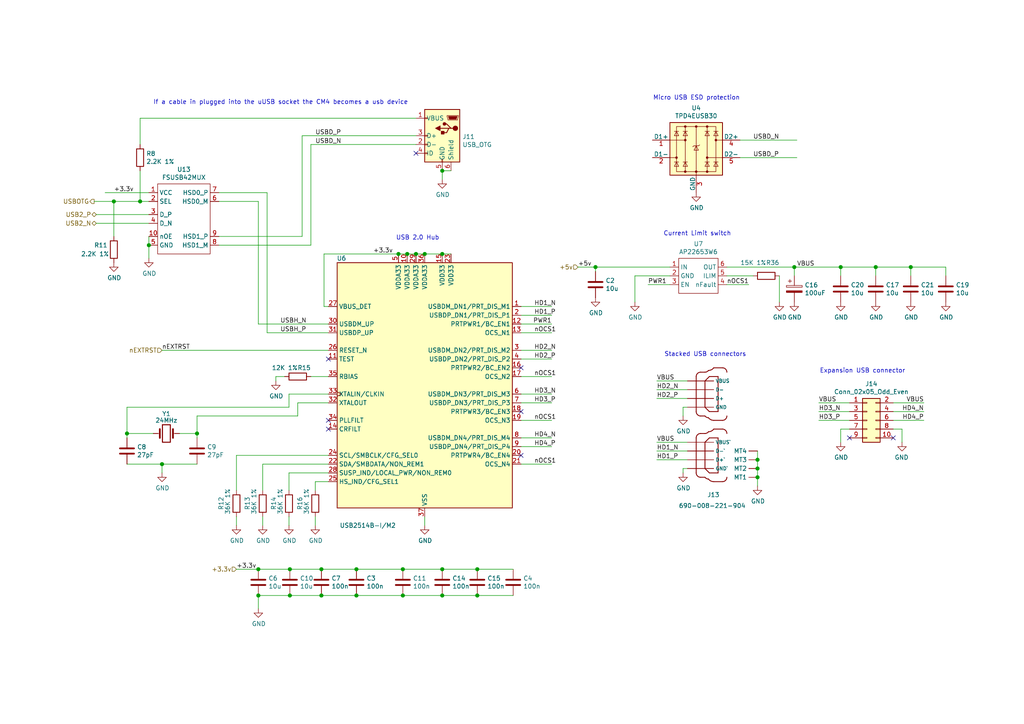
<source format=kicad_sch>
(kicad_sch (version 20250114) (generator "eeschema") (generator_version "9.0")
  (paper "A4")
  (title_block (title "Compute Module 4 IO Board - USB") (rev "1") (company "© 2020-2022 Raspberry Pi Ltd (formerly Raspberry Pi (Trading) Ltd.)") (comment 1 "www.raspberrypi.com"))
  (lib_symbols
    (symbol "CM4IO:AP2553W6"
      (property "Reference" "U" (at 3.81 -6.35 0))
      (property "Value" "AP2553W6" (at -3.81 -6.35 0))
      (symbol "AP2553W6_0_0"
        (pin power_in line (at -8.89 2.54 0) (length 2.54) (name "IN") (number "1"))
        (pin power_out line (at -8.89 0 0) (length 2.54) (name "GND") (number "2"))
        (pin input line (at -8.89 -2.54 0) (length 2.54) (name "EN") (number "3"))
        (pin power_out line (at 7.62 2.54 180) (length 2.54) (name "OUT") (number "6"))
        (pin passive line (at 7.62 0 180) (length 2.54) (name "ILIM") (number "5"))
        (pin open_collector line (at 7.62 -2.54 180) (length 2.54) (name "nFault") (number "4"))
      )
    )
    (symbol "CM4IO:FSUSB42MX"
      (property "Reference" "U" (at -7.62 20.32 0))
      (property "Value" "FSUSB42MX" (at -2.54 -2.54 0))
      (symbol "FSUSB42MX_0_0"
        (pin bidirectional line (at -11.43 16.51 0) (length 2.54) (name "HSD0_P") (number "7"))
        (pin bidirectional line (at -11.43 13.97 0) (length 2.54) (name "HSD0_M") (number "6"))
        (pin bidirectional line (at -11.43 3.81 0) (length 2.54) (name "HSD1_P") (number "9"))
        (pin bidirectional line (at -11.43 1.27 0) (length 2.54) (name "HSD1_M") (number "8"))
        (pin power_in line (at 8.89 16.51 180) (length 2.54) (name "VCC") (number "1"))
        (pin input line (at 8.89 13.97 180) (length 2.54) (name "SEL") (number "2"))
        (pin bidirectional line (at 8.89 10.16 180) (length 2.54) (name "D_P") (number "3"))
        (pin bidirectional line (at 8.89 7.62 180) (length 2.54) (name "D_N") (number "4"))
        (pin input line (at 8.89 3.81 180) (length 2.54) (name "nOE") (number "10"))
        (pin power_in line (at 8.89 1.27 180) (length 2.54) (name "GND") (number "5"))
      )
    )
    (symbol "CM4IO:TPD4EUSB30" (pin_names (offset 0))
      (property "Reference" "U" (at -0.635 8.89 0))
      (property "Value" "TPD4EUSB30" (at 8.89 -10.16 0))
      (symbol "TPD4EUSB30_1_1"
        (pin passive line (at -12.7 2.54 0) (length 5.08) (name "D1+") (number "1"))
        (pin passive line (at -12.7 2.54 0) (length 5.08) (hide yes) (name "~") (number "10"))
        (pin passive line (at -12.7 -2.54 0) (length 5.08) (name "D1-") (number "2"))
        (pin passive line (at -12.7 -2.54 0) (length 5.08) (hide yes) (name "~") (number "9"))
        (pin power_in line (at 0 -12.7 90) (length 5.08) (name "GND") (number "3"))
        (pin passive line (at 0 -12.7 90) (length 5.08) (hide yes) (name "GND") (number "8"))
        (pin passive line (at 12.7 2.54 180) (length 5.08) (name "D2+") (number "4"))
        (pin passive line (at 12.7 2.54 180) (length 5.08) (hide yes) (name "~") (number "7"))
        (pin passive line (at 12.7 -2.54 180) (length 5.08) (name "D2-") (number "5"))
        (pin passive line (at 12.7 -2.54 180) (length 5.08) (hide yes) (name "~") (number "6"))
      )
    )
    (symbol "CM4IO:USB_67298-4090" (pin_numbers (hide yes))
      (property "Reference" "J" (at -5.08 21.6408 0))
      (property "Value" "USB_67298-4090" (at -5.08 -17.8054 0))
      (symbol "USB_67298-4090_0_0"
        (pin power_in line (at -7.62 15.24 0) (length 7.62) (name "VBUS") (number "5"))
        (pin passive line (at -7.62 12.7 0) (length 7.62) (name "D-") (number "6"))
        (pin passive line (at -7.62 10.16 0) (length 7.62) (name "D+") (number "7"))
        (pin power_in line (at -7.62 7.62 0) (length 7.62) (name "GND") (number "8"))
        (pin power_in line (at -7.62 -2.54 0) (length 7.62) (name "VBUS`") (number "1"))
        (pin passive line (at -7.62 -5.08 0) (length 7.62) (name "D-`") (number "2"))
        (pin passive line (at -7.62 -7.62 0) (length 7.62) (name "D+`") (number "3"))
        (pin power_in line (at -7.62 -10.16 0) (length 7.62) (name "GND`") (number "4"))
        (pin passive line (at 12.7 -5.08 180) (length 2.54) (name "MT4") (number "MT4"))
        (pin passive line (at 12.7 -7.62 180) (length 2.54) (name "MT3") (number "MT3"))
        (pin passive line (at 12.7 -10.16 180) (length 2.54) (name "MT2") (number "MT2"))
        (pin passive line (at 12.7 -12.7 180) (length 2.54) (name "MT1") (number "MT1"))
      )
    )
    (symbol "Connector:USB_OTG"
      (property "Reference" "J" (at -5.08 11.43 0))
      (property "Value" "USB_OTG" (at -5.08 8.89 0))
      (symbol "USB_OTG_1_1"
        (pin passive line (at -2.54 -10.16 90) (length 2.54) (name "Shield") (number "6"))
        (pin power_in line (at 0 -10.16 90) (length 2.54) (name "GND") (number "5"))
        (pin power_in line (at 7.62 5.08 180) (length 2.54) (name "VBUS") (number "1"))
        (pin passive line (at 7.62 0 180) (length 2.54) (name "D+") (number "3"))
        (pin passive line (at 7.62 -2.54 180) (length 2.54) (name "D-") (number "2"))
        (pin passive line (at 7.62 -5.08 180) (length 2.54) (name "ID") (number "4"))
      )
    )
    (symbol "Connector_Generic:Conn_02x05_Odd_Even" (pin_names (hide yes))
      (property "Reference" "J" (at 1.27 7.62 0))
      (property "Value" "Conn_02x05_Odd_Even" (at 1.27 -7.62 0))
      (symbol "Conn_02x05_Odd_Even_1_1"
        (pin passive line (at -5.08 5.08 0) (length 3.81) (name "Pin_1") (number "1"))
        (pin passive line (at -5.08 2.54 0) (length 3.81) (name "Pin_3") (number "3"))
        (pin passive line (at -5.08 0 0) (length 3.81) (name "Pin_5") (number "5"))
        (pin passive line (at -5.08 -2.54 0) (length 3.81) (name "Pin_7") (number "7"))
        (pin passive line (at -5.08 -5.08 0) (length 3.81) (name "Pin_9") (number "9"))
        (pin passive line (at 7.62 5.08 180) (length 3.81) (name "Pin_2") (number "2"))
        (pin passive line (at 7.62 2.54 180) (length 3.81) (name "Pin_4") (number "4"))
        (pin passive line (at 7.62 0 180) (length 3.81) (name "Pin_6") (number "6"))
        (pin passive line (at 7.62 -2.54 180) (length 3.81) (name "Pin_8") (number "8"))
        (pin passive line (at 7.62 -5.08 180) (length 3.81) (name "Pin_10") (number "10"))
      )
    )
    (symbol "Device:C" (pin_numbers (hide yes)) (pin_names (offset 0.254))
      (property "Reference" "C" (at 0.635 2.54 0))
      (property "Value" "C" (at 0.635 -2.54 0))
      (symbol "C_1_1"
        (pin passive line (at 0 3.81 270) (length 2.794) (name "~") (number "1"))
        (pin passive line (at 0 -3.81 90) (length 2.794) (name "~") (number "2"))
      )
    )
    (symbol "Device:CP" (pin_numbers (hide yes)) (pin_names (offset 0.254))
      (property "Reference" "C" (at 0.635 2.54 0))
      (property "Value" "CP" (at 0.635 -2.54 0))
      (symbol "CP_1_1"
        (pin passive line (at 0 3.81 270) (length 2.794) (name "~") (number "1"))
        (pin passive line (at 0 -3.81 90) (length 2.794) (name "~") (number "2"))
      )
    )
    (symbol "Device:Crystal" (pin_numbers (hide yes)) (pin_names (hide yes))
      (property "Reference" "Y" (at 0 3.81 0))
      (property "Value" "Crystal" (at 0 -3.81 0))
      (symbol "Crystal_1_1"
        (pin passive line (at -3.81 0 0) (length 1.27) (name "1") (number "1"))
        (pin passive line (at 3.81 0 180) (length 1.27) (name "2") (number "2"))
      )
    )
    (symbol "Device:R" (pin_numbers (hide yes)) (pin_names (offset 0))
      (property "Reference" "R" (at 2.032 0 90))
      (property "Value" "R" (at 0 0 90))
      (symbol "R_1_1"
        (pin passive line (at 0 3.81 270) (length 1.27) (name "~") (number "1"))
        (pin passive line (at 0 -3.81 90) (length 1.27) (name "~") (number "2"))
      )
    )
    (symbol "Interface_USB:USB2514B_Bi"
      (property "Reference" "U" (at -17.78 40.64 0))
      (property "Value" "USB2514B_Bi" (at -20.32 38.1 0))
      (symbol "USB2514B_Bi_1_1"
        (pin input line (at -27.94 22.86 0) (length 2.54) (name "VBUS_DET") (number "27"))
        (pin bidirectional line (at -27.94 17.78 0) (length 2.54) (name "USBDM_UP") (number "30"))
        (pin bidirectional line (at -27.94 15.24 0) (length 2.54) (name "USBDP_UP") (number "31"))
        (pin input line (at -27.94 10.16 0) (length 2.54) (name "RESET_N") (number "26"))
        (pin input line (at -27.94 7.62 0) (length 2.54) (name "TEST") (number "11"))
        (pin input line (at -27.94 2.54 0) (length 2.54) (name "RBIAS") (number "35"))
        (pin input clock (at -27.94 -2.54 0) (length 2.54) (name "XTALIN/CLKIN") (number "33"))
        (pin output line (at -27.94 -5.08 0) (length 2.54) (name "XTALOUT") (number "32"))
        (pin input line (at -27.94 -10.16 0) (length 2.54) (name "PLLFILT") (number "34"))
        (pin input line (at -27.94 -12.7 0) (length 2.54) (name "CRFILT") (number "14"))
        (pin bidirectional line (at -27.94 -20.32 0) (length 2.54) (name "SCL/SMBCLK/CFG_SEL0") (number "24"))
        (pin bidirectional line (at -27.94 -22.86 0) (length 2.54) (name "SDA/SMBDATA/NON_REM1") (number "22"))
        (pin bidirectional line (at -27.94 -25.4 0) (length 2.54) (name "SUSP_IND/LOCAL_PWR/NON_REM0") (number "28"))
        (pin bidirectional line (at -27.94 -27.94 0) (length 2.54) (name "HS_IND/CFG_SEL1") (number "25"))
        (pin power_in line (at -7.62 38.1 270) (length 2.54) (name "VDDA33") (number "5"))
        (pin power_in line (at -5.08 38.1 270) (length 2.54) (name "VDDA33") (number "10"))
        (pin power_in line (at -2.54 38.1 270) (length 2.54) (name "VDDA33") (number "29"))
        (pin power_in line (at 0 38.1 270) (length 2.54) (name "VDDA33") (number "36"))
        (pin power_in line (at 0 -38.1 90) (length 2.54) (name "VSS") (number "37"))
        (pin power_in line (at 5.08 38.1 270) (length 2.54) (name "VDD33") (number "15"))
        (pin power_in line (at 7.62 38.1 270) (length 2.54) (name "VDD33") (number "23"))
        (pin bidirectional line (at 27.94 22.86 180) (length 2.54) (name "USBDM_DN1/PRT_DIS_M1") (number "1"))
        (pin bidirectional line (at 27.94 20.32 180) (length 2.54) (name "USBDP_DN1/PRT_DIS_P1") (number "2"))
        (pin bidirectional line (at 27.94 17.78 180) (length 2.54) (name "PRTPWR1/BC_EN1") (number "12"))
        (pin input line (at 27.94 15.24 180) (length 2.54) (name "OCS_N1") (number "13"))
        (pin bidirectional line (at 27.94 10.16 180) (length 2.54) (name "USBDM_DN2/PRT_DIS_M2") (number "3"))
        (pin bidirectional line (at 27.94 7.62 180) (length 2.54) (name "USBDP_DN2/PRT_DIS_P2") (number "4"))
        (pin bidirectional line (at 27.94 5.08 180) (length 2.54) (name "PRTPWR2/BC_EN2") (number "16"))
        (pin input line (at 27.94 2.54 180) (length 2.54) (name "OCS_N2") (number "17"))
        (pin bidirectional line (at 27.94 -2.54 180) (length 2.54) (name "USBDM_DN3/PRT_DIS_M3") (number "6"))
        (pin bidirectional line (at 27.94 -5.08 180) (length 2.54) (name "USBDP_DN3/PRT_DIS_P3") (number "7"))
        (pin bidirectional line (at 27.94 -7.62 180) (length 2.54) (name "PRTPWR3/BC_EN3") (number "18"))
        (pin input line (at 27.94 -10.16 180) (length 2.54) (name "OCS_N3") (number "19"))
        (pin bidirectional line (at 27.94 -15.24 180) (length 2.54) (name "USBDM_DN4/PRT_DIS_M4") (number "8"))
        (pin bidirectional line (at 27.94 -17.78 180) (length 2.54) (name "USBDP_DN4/PRT_DIS_P4") (number "9"))
        (pin bidirectional line (at 27.94 -20.32 180) (length 2.54) (name "PRTPWR4/BC_EN4") (number "20"))
        (pin input line (at 27.94 -22.86 180) (length 2.54) (name "OCS_N4") (number "21"))
      )
    )
    (symbol "power:GND" (power) (pin_names (offset 0))
      (property "Value" "GND" (at 0 -3.81 0))
      (symbol "GND_1_1"
        (pin power_in line (at 0 0 270) (length 0) (hide yes) (name "GND") (number "1"))
      )
    )
  )
  (text "Expansion USB connector" (at 262.6106 108.3818 0) (effects (font (size 1.27 1.27)) (justify right bottom)))
  (text "Current Limit switch" (at 212.09 68.58 0) (effects (font (size 1.27 1.27)) (justify right bottom)))
  (text "USB 2.0 Hub" (at 127.4318 69.7992 0) (effects (font (size 1.27 1.27)) (justify right bottom)))
  (text "If a cable in plugged into the uUSB socket the CM4 becomes a usb device" (at 44.45 30.48 0) (effects (font (size 1.27 1.27)) (justify left bottom)))
  (text "Micro USB ESD protection" (at 214.63 29.21 0) (effects (font (size 1.27 1.27)) (justify right bottom)))
  (text "Stacked USB connectors" (at 216.4588 103.5812 0) (effects (font (size 1.27 1.27)) (justify right bottom)))
  (junction (at 103.378 165.1) (diameter 1.016))
  (junction (at 103.378 172.72) (diameter 1.016))
  (junction (at 138.43 165.1) (diameter 1.016))
  (junction (at 93.218 165.1) (diameter 1.016))
  (junction (at 128.27 49.53) (diameter 1.016))
  (junction (at 74.93 172.72) (diameter 1.016))
  (junction (at 172.72 77.47) (diameter 1.016))
  (junction (at 219.71 138.43) (diameter 1.016))
  (junction (at 116.84 165.1) (diameter 1.016))
  (junction (at 84.074 165.1) (diameter 1.016))
  (junction (at 128.27 172.72) (diameter 1.016))
  (junction (at 254 77.47) (diameter 1.016))
  (junction (at 36.83 125.73) (diameter 1.016))
  (junction (at 120.65 73.66) (diameter 1.016))
  (junction (at 128.27 73.66) (diameter 1.016))
  (junction (at 219.71 133.35) (diameter 1.016))
  (junction (at 40.64 58.42) (diameter 1.016))
  (junction (at 219.71 135.89) (diameter 1.016))
  (junction (at 123.19 73.66) (diameter 1.016))
  (junction (at 128.27 165.1) (diameter 1.016))
  (junction (at 230.378 77.47) (diameter 1.016))
  (junction (at 74.93 165.1) (diameter 1.016))
  (junction (at 93.218 172.72) (diameter 1.016))
  (junction (at 57.15 125.73) (diameter 1.016))
  (junction (at 84.074 172.72) (diameter 1.016))
  (junction (at 264.16 77.47) (diameter 1.016))
  (junction (at 43.18 71.12) (diameter 1.016))
  (junction (at 33.02 58.42) (diameter 1.016))
  (junction (at 115.57 73.66) (diameter 1.016))
  (junction (at 243.84 77.47) (diameter 1.016))
  (junction (at 116.84 172.72) (diameter 1.016))
  (junction (at 118.11 73.66) (diameter 1.016))
  (junction (at 138.43 172.72) (diameter 1.016))
  (junction (at 46.99 134.62) (diameter 1.016))
  (no_connect (at 95.25 121.92))
  (no_connect (at 95.25 104.14))
  (no_connect (at 120.65 44.45))
  (no_connect (at 246.38 127))
  (no_connect (at 259.08 127))
  (no_connect (at 95.25 124.46))
  (no_connect (at 151.13 119.38))
  (no_connect (at 151.13 106.68))
  (no_connect (at 151.13 132.08))
  (wire (pts (xy 151.13 96.52) (xy 160.02 96.52)))
  (wire (pts (xy 86.36 116.84) (xy 86.36 120.65)))
  (wire (pts (xy 267.97 121.92) (xy 259.08 121.92)))
  (wire (pts (xy 151.13 88.9) (xy 160.02 88.9)))
  (wire (pts (xy 74.93 165.1) (xy 84.074 165.1)))
  (wire (pts (xy 190.5 113.03) (xy 199.39 113.03)))
  (wire (pts (xy 151.13 116.84) (xy 160.02 116.84)))
  (wire (pts (xy 36.83 127) (xy 36.83 125.73)))
  (wire (pts (xy 190.5 115.57) (xy 199.39 115.57)))
  (wire (pts (xy 172.72 77.47) (xy 194.31 77.47)))
  (wire (pts (xy 93.218 165.1) (xy 103.378 165.1)))
  (wire (pts (xy 267.97 116.84) (xy 259.08 116.84)))
  (wire (pts (xy 237.49 116.84) (xy 246.38 116.84)))
  (wire (pts (xy 151.13 91.44) (xy 160.02 91.44)))
  (wire (pts (xy 57.15 120.65) (xy 57.15 125.73)))
  (wire (pts (xy 95.25 93.98) (xy 74.93 93.98)))
  (wire (pts (xy 83.82 142.24) (xy 83.82 137.16)))
  (wire (pts (xy 151.13 114.3) (xy 160.02 114.3)))
  (wire (pts (xy 138.43 165.1) (xy 148.844 165.1)))
  (wire (pts (xy 68.58 149.86) (xy 68.58 152.4)))
  (wire (pts (xy 194.31 80.01) (xy 184.15 80.01)))
  (wire (pts (xy 83.82 118.11) (xy 36.83 118.11)))
  (wire (pts (xy 93.98 88.9) (xy 93.98 73.66)))
  (wire (pts (xy 43.18 58.42) (xy 40.64 58.42)))
  (wire (pts (xy 77.47 55.88) (xy 77.47 96.52)))
  (wire (pts (xy 184.15 80.01) (xy 184.15 87.63)))
  (wire (pts (xy 74.93 58.42) (xy 74.93 93.98)))
  (wire (pts (xy 118.11 73.66) (xy 120.65 73.66)))
  (wire (pts (xy 151.13 134.62) (xy 160.02 134.62)))
  (wire (pts (xy 83.82 114.3) (xy 83.82 118.11)))
  (wire (pts (xy 36.83 118.11) (xy 36.83 125.73)))
  (wire (pts (xy 82.55 109.22) (xy 80.01 109.22)))
  (wire (pts (xy 128.27 172.72) (xy 138.43 172.72)))
  (wire (pts (xy 63.5 71.12) (xy 90.17 71.12)))
  (wire (pts (xy 91.44 149.86) (xy 91.44 152.4)))
  (wire (pts (xy 254 77.47) (xy 264.16 77.47)))
  (wire (pts (xy 264.16 77.47) (xy 264.16 80.01)))
  (wire (pts (xy 219.71 138.43) (xy 219.71 140.97)))
  (wire (pts (xy 128.27 49.53) (xy 130.81 49.53)))
  (wire (pts (xy 76.2 134.62) (xy 95.25 134.62)))
  (wire (pts (xy 90.17 71.12) (xy 90.17 41.91)))
  (wire (pts (xy 219.71 130.81) (xy 219.71 133.35)))
  (wire (pts (xy 76.2 149.86) (xy 76.2 152.4)))
  (wire (pts (xy 57.15 125.73) (xy 57.15 127)))
  (wire (pts (xy 151.13 101.6) (xy 160.02 101.6)))
  (wire (pts (xy 90.17 109.22) (xy 95.25 109.22)))
  (wire (pts (xy 190.5 130.81) (xy 199.39 130.81)))
  (wire (pts (xy 210.82 77.47) (xy 230.378 77.47)))
  (wire (pts (xy 230.378 77.47) (xy 243.84 77.47)))
  (wire (pts (xy 128.27 52.07) (xy 128.27 49.53)))
  (wire (pts (xy 167.64 77.47) (xy 172.72 77.47)))
  (wire (pts (xy 151.13 121.92) (xy 160.02 121.92)))
  (wire (pts (xy 123.19 73.66) (xy 128.27 73.66)))
  (wire (pts (xy 214.63 40.64) (xy 231.14 40.64)))
  (wire (pts (xy 243.84 77.47) (xy 254 77.47)))
  (wire (pts (xy 63.5 68.58) (xy 87.63 68.58)))
  (wire (pts (xy 27.94 64.77) (xy 43.18 64.77)))
  (wire (pts (xy 84.074 172.72) (xy 93.218 172.72)))
  (wire (pts (xy 68.58 132.08) (xy 95.25 132.08)))
  (wire (pts (xy 151.13 104.14) (xy 160.02 104.14)))
  (wire (pts (xy 95.25 116.84) (xy 86.36 116.84)))
  (wire (pts (xy 87.63 68.58) (xy 87.63 39.37)))
  (wire (pts (xy 261.62 124.46) (xy 261.62 128.27)))
  (wire (pts (xy 214.63 45.72) (xy 231.14 45.72)))
  (wire (pts (xy 190.5 128.27) (xy 199.39 128.27)))
  (wire (pts (xy 86.36 120.65) (xy 57.15 120.65)))
  (wire (pts (xy 93.98 73.66) (xy 115.57 73.66)))
  (wire (pts (xy 83.82 149.86) (xy 83.82 152.4)))
  (wire (pts (xy 237.49 121.92) (xy 246.38 121.92)))
  (wire (pts (xy 219.71 133.35) (xy 219.71 135.89)))
  (wire (pts (xy 46.99 134.62) (xy 57.15 134.62)))
  (wire (pts (xy 151.13 109.22) (xy 160.02 109.22)))
  (wire (pts (xy 91.44 142.24) (xy 91.44 139.7)))
  (wire (pts (xy 219.71 135.89) (xy 219.71 138.43)))
  (wire (pts (xy 254 77.47) (xy 254 80.01)))
  (wire (pts (xy 120.65 73.66) (xy 123.19 73.66)))
  (wire (pts (xy 27.305 58.42) (xy 33.02 58.42)))
  (wire (pts (xy 226.06 80.01) (xy 226.06 87.63)))
  (wire (pts (xy 138.43 172.72) (xy 148.844 172.72)))
  (wire (pts (xy 103.378 172.72) (xy 116.84 172.72)))
  (wire (pts (xy 83.82 114.3) (xy 95.25 114.3)))
  (wire (pts (xy 63.5 55.88) (xy 77.47 55.88)))
  (wire (pts (xy 123.19 149.86) (xy 123.19 152.4)))
  (wire (pts (xy 230.378 77.47) (xy 230.378 80.01)))
  (wire (pts (xy 199.39 118.11) (xy 198.12 118.11)))
  (wire (pts (xy 93.218 172.72) (xy 103.378 172.72)))
  (wire (pts (xy 190.5 110.49) (xy 199.39 110.49)))
  (wire (pts (xy 36.83 125.73) (xy 44.45 125.73)))
  (wire (pts (xy 237.49 119.38) (xy 246.38 119.38)))
  (wire (pts (xy 103.378 165.1) (xy 116.84 165.1)))
  (wire (pts (xy 151.13 93.98) (xy 160.02 93.98)))
  (wire (pts (xy 115.57 73.66) (xy 118.11 73.66)))
  (wire (pts (xy 30.48 55.88) (xy 43.18 55.88)))
  (wire (pts (xy 210.82 82.55) (xy 217.17 82.55)))
  (wire (pts (xy 274.32 80.01) (xy 274.32 77.47)))
  (wire (pts (xy 210.82 80.01) (xy 218.44 80.01)))
  (wire (pts (xy 187.96 82.55) (xy 194.31 82.55)))
  (wire (pts (xy 95.25 88.9) (xy 93.98 88.9)))
  (wire (pts (xy 91.44 139.7) (xy 95.25 139.7)))
  (wire (pts (xy 74.93 176.53) (xy 74.93 172.72)))
  (wire (pts (xy 36.83 134.62) (xy 46.99 134.62)))
  (wire (pts (xy 128.27 73.66) (xy 130.81 73.66)))
  (wire (pts (xy 77.47 96.52) (xy 95.25 96.52)))
  (wire (pts (xy 259.08 124.46) (xy 261.62 124.46)))
  (wire (pts (xy 63.5 58.42) (xy 74.93 58.42)))
  (wire (pts (xy 190.5 133.35) (xy 199.39 133.35)))
  (wire (pts (xy 243.84 124.46) (xy 246.38 124.46)))
  (wire (pts (xy 74.93 172.72) (xy 84.074 172.72)))
  (wire (pts (xy 68.58 165.1) (xy 74.93 165.1)))
  (wire (pts (xy 43.18 71.12) (xy 43.18 74.93)))
  (wire (pts (xy 33.02 58.42) (xy 33.02 68.58)))
  (wire (pts (xy 199.39 135.89) (xy 198.12 135.89)))
  (wire (pts (xy 116.84 172.72) (xy 128.27 172.72)))
  (wire (pts (xy 151.13 129.54) (xy 160.02 129.54)))
  (wire (pts (xy 243.84 124.46) (xy 243.84 128.27)))
  (wire (pts (xy 116.84 165.1) (xy 128.27 165.1)))
  (wire (pts (xy 40.64 49.53) (xy 40.64 58.42)))
  (wire (pts (xy 46.99 101.6) (xy 95.25 101.6)))
  (wire (pts (xy 128.27 165.1) (xy 138.43 165.1)))
  (wire (pts (xy 198.12 135.89) (xy 198.12 137.16)))
  (wire (pts (xy 151.13 127) (xy 160.02 127)))
  (wire (pts (xy 27.94 62.23) (xy 43.18 62.23)))
  (wire (pts (xy 264.16 77.47) (xy 274.32 77.47)))
  (wire (pts (xy 76.2 142.24) (xy 76.2 134.62)))
  (wire (pts (xy 52.07 125.73) (xy 57.15 125.73)))
  (wire (pts (xy 40.64 34.29) (xy 120.65 34.29)))
  (wire (pts (xy 40.64 58.42) (xy 33.02 58.42)))
  (wire (pts (xy 68.58 142.24) (xy 68.58 132.08)))
  (wire (pts (xy 90.17 41.91) (xy 120.65 41.91)))
  (wire (pts (xy 84.074 165.1) (xy 93.218 165.1)))
  (wire (pts (xy 198.12 118.11) (xy 198.12 120.65)))
  (wire (pts (xy 87.63 39.37) (xy 120.65 39.37)))
  (wire (pts (xy 172.72 78.74) (xy 172.72 77.47)))
  (wire (pts (xy 80.01 109.22) (xy 80.01 110.49)))
  (wire (pts (xy 40.64 41.91) (xy 40.64 34.29)))
  (wire (pts (xy 83.82 137.16) (xy 95.25 137.16)))
  (wire (pts (xy 43.18 68.58) (xy 43.18 71.12)))
  (wire (pts (xy 267.97 119.38) (xy 259.08 119.38)))
  (wire (pts (xy 46.99 134.62) (xy 46.99 137.16)))
  (wire (pts (xy 243.84 80.01) (xy 243.84 77.47)))
  (label "nOCS1" (at 154.94 96.52 0))
  (label "+3.3v" (at 33.02 55.88 0))
  (label "HD2_P" (at 190.5 115.57 0))
  (label "HD3_N" (at 237.49 119.38 0))
  (label "HD1_P" (at 190.5 133.35 0))
  (label "HD1_N" (at 154.94 88.9 0))
  (label "HD4_P" (at 154.94 129.54 0))
  (label "VBUS" (at 237.49 116.84 0))
  (label "nOCS1" (at 210.82 82.55 0))
  (label "VBUS" (at 190.5 110.49 0))
  (label "HD2_N" (at 190.5 113.03 0))
  (label "PWR1" (at 160.02 93.98 180))
  (label "USBD_N" (at 218.44 40.64 0))
  (label "nOCS1" (at 154.94 109.22 0))
  (label "VBUS" (at 231.14 77.47 0))
  (label "USBD_N" (at 91.44 41.91 0))
  (label "HD2_P" (at 154.94 104.14 0))
  (label "VBUS" (at 190.5 128.27 0))
  (label "+3.3v" (at 68.58 165.1 0))
  (label "+5v" (at 167.64 77.47 0))
  (label "HD4_N" (at 154.94 127 0))
  (label "HD4_P" (at 267.97 121.92 180))
  (label "USBH_P" (at 81.28 96.52 0))
  (label "HD3_P" (at 154.94 116.84 0))
  (label "nEXTRST" (at 46.99 101.6 0))
  (label "+3.3v" (at 108.204 73.66 0))
  (label "HD2_N" (at 154.94 101.6 0))
  (label "USBD_P" (at 218.44 45.72 0))
  (label "HD1_N" (at 190.5 130.81 0))
  (label "USBD_P" (at 91.44 39.37 0))
  (label "HD4_N" (at 267.97 119.38 180))
  (label "nOCS1" (at 154.94 134.62 0))
  (label "nOCS1" (at 154.94 121.92 0))
  (label "HD3_P" (at 237.49 121.92 0))
  (label "PWR1" (at 187.96 82.55 0))
  (label "USBH_N" (at 81.28 93.98 0))
  (label "HD3_N" (at 154.94 114.3 0))
  (label "HD1_P" (at 154.94 91.44 0))
  (label "VBUS" (at 267.97 116.84 180))
  (hierarchical_label "USB2_N" (shape bidirectional) (at 27.94 64.77 180))
  (hierarchical_label "USBOTG" (shape output) (at 27.305 58.42 180))
  (hierarchical_label "+3.3v" (shape input) (at 68.58 165.1 180))
  (hierarchical_label "USB2_P" (shape bidirectional) (at 27.94 62.23 180))
  (hierarchical_label "nEXTRST" (shape input) (at 46.99 101.6 180))
  (hierarchical_label "+5v" (shape input) (at 167.64 77.47 180))
  (symbol (lib_id "CM4IO:USB_67298-4090") (at 207.01 125.73 0) (unit 1)
    (property "Reference" "J13" (at 205.105 143.51 0) (effects (justify left)))
    (property "Value" "690-008-221-904" (at 196.85 146.685 0) (effects (justify left)))
    (property "Footprint" "CM4IO:MOLEX_USB_67298-4090" (effects (hide yes)))
    (property "Datasheet" "https://www.molex.com/pdm_docs/sd/672984090_sd.pdf" (effects (hide yes)))
    (property "Field4" "Farnell" (effects (hide yes)))
    (property "Field5" "	2751688" (effects (hide yes)))
    (property "Field6" "690-008-221-904" (effects (hide yes)))
    (property "Field7" "EDAC" (effects (hide yes)))
    (property "Field8" "UCON00727" (effects (hide yes)))
    (property "Part Description" "USB-A (USB TYPE-A), Stacked Receptacle Connector 8 Position Through Hole, Right Angle" (effects (hide yes)))
  )
  (symbol (lib_id "power:GND") (at 243.84 128.27 0) (unit 1)
    (property "Reference" "#PWR025" (effects (hide yes)))
    (property "Value" "GND" (at 243.967 132.6642 0))
  )
  (symbol (lib_id "power:GND") (at 261.62 128.27 0) (mirror y) (unit 1)
    (property "Reference" "#PWR026" (effects (hide yes)))
    (property "Value" "GND" (at 261.493 132.6642 0))
  )
  (symbol (lib_id "Connector_Generic:Conn_02x05_Odd_Even") (at 251.46 121.92 0) (unit 1)
    (property "Reference" "J14" (at 252.73 111.3282 0))
    (property "Value" "Conn_02x05_Odd_Even" (at 252.73 113.6396 0))
    (property "Footprint" "Connector_PinHeader_2.54mm:PinHeader_2x05_P2.54mm_Vertical" (effects (hide yes)))
    (property "Datasheet" "https://www.toby.co.uk/uploads/publications/1673.pdf" (effects (hide yes)))
    (property "Field4" "Toby" (effects (hide yes)))
    (property "Field5" "THD-05-R" (effects (hide yes)))
    (property "Field6" "THD-05-R" (effects (hide yes)))
    (property "Field7" "Toby" (effects (hide yes)))
    (property "Part Description" "PinHeader_2x05_P2.54mm_Vertical" (effects (hide yes)))
  )
  (symbol (lib_id "Connector:USB_OTG") (at 128.27 39.37 0) (mirror y) (unit 1)
    (property "Reference" "J11" (at 134.112 39.6494 0) (effects (justify right)))
    (property "Value" "USB_OTG" (at 134.112 41.9608 0) (effects (justify right)))
    (property "Footprint" "CM4IO:USB_Micro-B_EDAC_UCON00686" (effects (hide yes)))
    (property "Datasheet" "https://cdn.amphenol-icc.com/media/wysiwyg/files/documentation/datasheet/inputoutput/io_usb_micro.pd" (effects (hide yes)))
    (property "Field4" "Digikey" (effects (hide yes)))
    (property "Field5" "609-4050-2-ND" (effects (hide yes)))
    (property "Field6" "690-005-298-486" (effects (hide yes)))
    (property "Field7" "EDAC" (effects (hide yes)))
    (property "Part Description" "USB - micro B USB 2.0 Receptacle Connector 5 Position Surface Mount, Right Angle; Through Hole" (effects (hide yes)))
    (property "Field8" "UCON00686" (effects (hide yes)))
  )
  (symbol (lib_id "Device:R") (at 40.64 45.72 0) (unit 1)
    (property "Reference" "R8" (at 42.418 44.5516 0) (effects (justify left)))
    (property "Value" "2.2K 1%" (at 42.418 46.863 0) (effects (justify left)))
    (property "Footprint" "Resistor_SMD:R_0402_1005Metric" (effects (hide yes)))
    (property "Datasheet" "https://fscdn.rohm.com/en/products/databook/datasheet/passive/resistor/chip_resistor/mcr-e.pdf" (effects (hide yes)))
    (property "Field4" "Farnell" (effects (hide yes)))
    (property "Field5" "9239278" (effects (hide yes)))
    (property "Field7" "KOA EUROPE GMBH" (effects (hide yes)))
    (property "Field6" "RK73G1ETQTP2201D         " (effects (hide yes)))
    (property "Part Description" "Resistor 2.2K M1005 1% 63mW" (effects (hide yes)))
    (property "Field8" "120889581" (effects (hide yes)))
  )
  (symbol (lib_id "power:GND") (at 172.72 86.36 0) (unit 1)
    (property "Reference" "#PWR017" (effects (hide yes)))
    (property "Value" "GND" (at 172.847 90.7542 0))
  )
  (symbol (lib_id "Device:C") (at 243.84 83.82 0) (unit 1)
    (property "Reference" "C20" (at 246.761 82.6516 0) (effects (justify left)))
    (property "Value" "10u" (at 246.761 84.963 0) (effects (justify left)))
    (property "Footprint" "Capacitor_SMD:C_0805_2012Metric" (effects (hide yes)))
    (property "Datasheet" "https://search.murata.co.jp/Ceramy/image/img/A01X/G101/ENG/GRM21BR71A106KA73-01.pdf" (effects (hide yes)))
    (property "Field5" "490-14381-1-ND" (effects (hide yes)))
    (property "Field4" "Digikey" (effects (hide yes)))
    (property "Field6" "GRM21BR71A106KA73L" (effects (hide yes)))
    (property "Field7" "Murata" (effects (hide yes)))
    (property "Part Description" "	10uF 10% 10V Ceramic Capacitor X7R 0805 (2012 Metric)" (effects (hide yes)))
    (property "Field8" "111893011" (effects (hide yes)))
  )
  (symbol (lib_id "power:GND") (at 243.84 87.63 0) (unit 1)
    (property "Reference" "#PWR021" (effects (hide yes)))
    (property "Value" "GND" (at 243.967 92.0242 0))
  )
  (symbol (lib_id "Device:C") (at 254 83.82 0) (unit 1)
    (property "Reference" "C17" (at 256.921 82.6516 0) (effects (justify left)))
    (property "Value" "10u" (at 256.921 84.963 0) (effects (justify left)))
    (property "Footprint" "Capacitor_SMD:C_0805_2012Metric" (effects (hide yes)))
    (property "Datasheet" "https://search.murata.co.jp/Ceramy/image/img/A01X/G101/ENG/GRM21BR71A106KA73-01.pdf" (effects (hide yes)))
    (property "Field5" "490-14381-1-ND" (effects (hide yes)))
    (property "Field4" "Digikey" (effects (hide yes)))
    (property "Field6" "GRM21BR71A106KA73L" (effects (hide yes)))
    (property "Field7" "Murata" (effects (hide yes)))
    (property "Part Description" "	10uF 10% 10V Ceramic Capacitor X7R 0805 (2012 Metric)" (effects (hide yes)))
    (property "Field8" "111893011" (effects (hide yes)))
  )
  (symbol (lib_id "power:GND") (at 254 87.63 0) (unit 1)
    (property "Reference" "#PWR018" (effects (hide yes)))
    (property "Value" "GND" (at 254.127 92.0242 0))
  )
  (symbol (lib_id "Device:C") (at 264.16 83.82 0) (unit 1)
    (property "Reference" "C21" (at 267.081 82.6516 0) (effects (justify left)))
    (property "Value" "10u" (at 267.081 84.963 0) (effects (justify left)))
    (property "Footprint" "Capacitor_SMD:C_0805_2012Metric" (effects (hide yes)))
    (property "Datasheet" "https://search.murata.co.jp/Ceramy/image/img/A01X/G101/ENG/GRM21BR71A106KA73-01.pdf" (effects (hide yes)))
    (property "Field5" "490-14381-1-ND" (effects (hide yes)))
    (property "Field4" "Digikey" (effects (hide yes)))
    (property "Field6" "GRM21BR71A106KA73L" (effects (hide yes)))
    (property "Field7" "Murata" (effects (hide yes)))
    (property "Part Description" "	10uF 10% 10V Ceramic Capacitor X7R 0805 (2012 Metric)" (effects (hide yes)))
    (property "Field8" "111893011" (effects (hide yes)))
  )
  (symbol (lib_id "Device:C") (at 274.32 83.82 0) (unit 1)
    (property "Reference" "C19" (at 277.241 82.6516 0) (effects (justify left)))
    (property "Value" "10u" (at 277.241 84.963 0) (effects (justify left)))
    (property "Footprint" "Capacitor_SMD:C_0805_2012Metric" (effects (hide yes)))
    (property "Datasheet" "https://search.murata.co.jp/Ceramy/image/img/A01X/G101/ENG/GRM21BR71A106KA73-01.pdf" (effects (hide yes)))
    (property "Field5" "490-14381-1-ND" (effects (hide yes)))
    (property "Field4" "Digikey" (effects (hide yes)))
    (property "Field6" "GRM21BR71A106KA73L" (effects (hide yes)))
    (property "Field7" "Murata" (effects (hide yes)))
    (property "Part Description" "	10uF 10% 10V Ceramic Capacitor X7R 0805 (2012 Metric)" (effects (hide yes)))
    (property "Field8" "111893011" (effects (hide yes)))
  )
  (symbol (lib_id "power:GND") (at 198.12 120.65 0) (unit 1)
    (property "Reference" "#PWR023" (effects (hide yes)))
    (property "Value" "GND" (at 198.247 125.0442 0))
  )
  (symbol (lib_id "power:GND") (at 198.12 137.16 0) (unit 1)
    (property "Reference" "#PWR024" (effects (hide yes)))
    (property "Value" "GND" (at 198.247 141.5542 0))
  )
  (symbol (lib_id "Device:R") (at 33.02 72.39 0) (unit 1)
    (property "Reference" "R11" (at 27.305 71.12 0) (effects (justify left)))
    (property "Value" "2.2K 1%" (at 23.495 73.66 0) (effects (justify left)))
    (property "Footprint" "Resistor_SMD:R_0402_1005Metric" (effects (hide yes)))
    (property "Datasheet" "https://fscdn.rohm.com/en/products/databook/datasheet/passive/resistor/chip_resistor/mcr-e.pdf" (effects (hide yes)))
    (property "Field4" "Farnell" (effects (hide yes)))
    (property "Field5" "9239278" (effects (hide yes)))
    (property "Field7" "KOA EUROPE GMBH" (effects (hide yes)))
    (property "Field6" "RK73G1ETQTP2201D         " (effects (hide yes)))
    (property "Part Description" "Resistor 2.2K M1005 1% 63mW" (effects (hide yes)))
    (property "Field8" "120889581" (effects (hide yes)))
  )
  (symbol (lib_id "CM4IO:AP2553W6") (at 203.2 80.01 0) (unit 1)
    (property "Reference" "U7" (at 202.565 70.739 0))
    (property "Value" "AP22653W6" (at 202.565 73.0504 0))
    (property "Footprint" "Package_TO_SOT_SMD:SOT-23-6" (effects (hide yes)))
    (property "Datasheet" "https://www.diodes.com/assets/Datasheets/AP255x.pdf" (effects (hide yes)))
    (property "Field4" "Digikey" (effects (hide yes)))
    (property "Field5" "	31-AP22653W6-7CT-ND" (effects (hide yes)))
    (property "Field6" "AP22653W6" (effects (hide yes)))
    (property "Field7" "Diodes" (effects (hide yes)))
    (property "Part Description" "	Power Switch/Driver 1:1 P-Channel 2.1A SOT-23-6" (effects (hide yes)))
  )
  (symbol (lib_id "Interface_USB:USB2514B_Bi") (at 123.19 111.76 0) (unit 1)
    (property "Reference" "U6" (at 99.06 74.93 0))
    (property "Value" "USB2514B-I/M2" (at 106.68 152.4 0))
    (property "Footprint" "Package_DFN_QFN:QFN-36-1EP_6x6mm_P0.5mm_EP3.7x3.7mm" (effects (hide yes)))
    (property "Datasheet" "http://ww1.microchip.com/downloads/en/DeviceDoc/00001692C.pdf" (effects (hide yes)))
    (property "Field4" "Farnell" (effects (hide yes)))
    (property "Field5" "2775060" (effects (hide yes)))
    (property "Field6" "USB2514B-I/M2" (effects (hide yes)))
    (property "Field7" "Microchip" (effects (hide yes)))
    (property "Part Description" "	USB Hub Controller USB Interface 36-SQFN (6x6)" (effects (hide yes)))
    (property "Field8" "UICC00931" (effects (hide yes)))
  )
  (symbol (lib_id "power:GND") (at 80.01 110.49 0) (unit 1)
    (property "Reference" "#PWR010" (effects (hide yes)))
    (property "Value" "GND" (at 80.137 114.8842 0))
  )
  (symbol (lib_id "power:GND") (at 184.15 87.63 0) (unit 1)
    (property "Reference" "#PWR014" (effects (hide yes)))
    (property "Value" "GND" (at 184.277 92.0242 0))
  )
  (symbol (lib_id "Device:R") (at 83.82 146.05 0) (unit 1)
    (property "Reference" "R14" (at 79.375 147.955 90) (effects (justify left)))
    (property "Value" "36K 1%" (at 81.28 149.225 90) (effects (justify left)))
    (property "Footprint" "Resistor_SMD:R_0402_1005Metric" (effects (hide yes)))
    (property "Datasheet" "https://fscdn.rohm.com/en/products/databook/datasheet/passive/resistor/chip_resistor/mcr-e.pdf" (effects (hide yes)))
    (property "Field4" "Farnell" (effects (hide yes)))
    (property "Field5" "1458788" (effects (hide yes)))
    (property "Field7" "Rohm" (effects (hide yes)))
    (property "Field6" "MCR01MZPF3602" (effects (hide yes)))
    (property "Part Description" "Resistor 36K M1005 1% 63mW" (effects (hide yes)))
  )
  (symbol (lib_id "Device:R") (at 76.2 146.05 0) (unit 1)
    (property "Reference" "R13" (at 71.755 147.955 90) (effects (justify left)))
    (property "Value" "36K 1%" (at 73.66 149.225 90) (effects (justify left)))
    (property "Footprint" "Resistor_SMD:R_0402_1005Metric" (effects (hide yes)))
    (property "Datasheet" "https://fscdn.rohm.com/en/products/databook/datasheet/passive/resistor/chip_resistor/mcr-e.pdf" (effects (hide yes)))
    (property "Field4" "Farnell" (effects (hide yes)))
    (property "Field5" "1458788" (effects (hide yes)))
    (property "Field7" "Rohm" (effects (hide yes)))
    (property "Field6" "MCR01MZPF3602" (effects (hide yes)))
    (property "Part Description" "Resistor 36K M1005 1% 63mW" (effects (hide yes)))
  )
  (symbol (lib_id "Device:R") (at 68.58 146.05 0) (unit 1)
    (property "Reference" "R12" (at 64.135 147.955 90) (effects (justify left)))
    (property "Value" "36K 1%" (at 66.04 149.225 90) (effects (justify left)))
    (property "Footprint" "Resistor_SMD:R_0402_1005Metric" (effects (hide yes)))
    (property "Datasheet" "https://fscdn.rohm.com/en/products/databook/datasheet/passive/resistor/chip_resistor/mcr-e.pdf" (effects (hide yes)))
    (property "Field4" "Farnell" (effects (hide yes)))
    (property "Field5" "1458788" (effects (hide yes)))
    (property "Field7" "Rohm" (effects (hide yes)))
    (property "Field6" "MCR01MZPF3602" (effects (hide yes)))
    (property "Part Description" "Resistor 36K M1005 1% 63mW" (effects (hide yes)))
  )
  (symbol (lib_id "power:GND") (at 68.58 152.4 0) (unit 1)
    (property "Reference" "#PWR08" (effects (hide yes)))
    (property "Value" "GND" (at 68.707 156.7942 0))
  )
  (symbol (lib_id "power:GND") (at 76.2 152.4 0) (unit 1)
    (property "Reference" "#PWR09" (effects (hide yes)))
    (property "Value" "GND" (at 76.327 156.7942 0))
  )
  (symbol (lib_id "power:GND") (at 83.82 152.4 0) (unit 1)
    (property "Reference" "#PWR011" (effects (hide yes)))
    (property "Value" "GND" (at 83.947 156.7942 0))
  )
  (symbol (lib_id "power:GND") (at 91.44 152.4 0) (unit 1)
    (property "Reference" "#PWR012" (effects (hide yes)))
    (property "Value" "GND" (at 91.567 156.7942 0))
  )
  (symbol (lib_id "Device:R") (at 222.25 80.01 90) (unit 1)
    (property "Reference" "R36" (at 226.06 76.2 90) (effects (justify left)))
    (property "Value" "15K 1%" (at 222.25 76.2 90) (effects (justify left)))
    (property "Footprint" "Resistor_SMD:R_0402_1005Metric" (effects (hide yes)))
    (property "Datasheet" "https://fscdn.rohm.com/en/products/databook/datasheet/passive/resistor/chip_resistor/mcr-e.pdf" (effects (hide yes)))
    (property "Field4" "Farnell" (effects (hide yes)))
    (property "Field5" "9239375" (effects (hide yes)))
    (property "Field6" "MCR01MZPF1502" (effects (hide yes)))
    (property "Field7" "Rohm" (effects (hide yes)))
    (property "Part Description" "Resistor 15K M1005 1% 63mW" (effects (hide yes)))
    (property "Field8" "120891581" (effects (hide yes)))
  )
  (symbol (lib_id "power:GND") (at 226.06 87.63 0) (unit 1)
    (property "Reference" "#PWR019" (effects (hide yes)))
    (property "Value" "GND" (at 226.187 92.0242 0))
  )
  (symbol (lib_id "power:GND") (at 264.16 87.63 0) (unit 1)
    (property "Reference" "#PWR049" (effects (hide yes)))
    (property "Value" "GND" (at 264.287 92.0242 0))
  )
  (symbol (lib_id "power:GND") (at 274.32 87.63 0) (unit 1)
    (property "Reference" "#PWR050" (effects (hide yes)))
    (property "Value" "GND" (at 274.447 92.0242 0))
  )
  (symbol (lib_id "power:GND") (at 219.71 140.97 0) (unit 1)
    (property "Reference" "#PWR0114" (effects (hide yes)))
    (property "Value" "GND" (at 219.837 145.3642 0))
  )
  (symbol (lib_id "power:GND") (at 128.27 52.07 0) (unit 1)
    (property "Reference" "#PWR013" (effects (hide yes)))
    (property "Value" "GND" (at 128.397 56.4642 0))
  )
  (symbol (lib_id "CM4IO:FSUSB42MX") (at 52.07 72.39 0) (mirror y) (unit 1)
    (property "Reference" "U13" (at 53.34 49.149 0))
    (property "Value" "FSUSB42MUX" (at 53.34 51.4604 0))
    (property "Footprint" "Package_SO:MSOP-10_3x3mm_P0.5mm" (effects (hide yes)))
    (property "Datasheet" "https://www.onsemi.com/pub/Collateral/FSUSB42-D.PDF" (effects (hide yes)))
    (property "Field4" "Farnell" (effects (hide yes)))
    (property "Field5" "2564479" (effects (hide yes)))
    (property "Field6" "FSUSB42MUX" (effects (hide yes)))
    (property "Field7" "Onsemi" (effects (hide yes)))
    (property "Part Description" "USB Switch IC 1 Channel 10-MSOP" (effects (hide yes)))
  )
  (symbol (lib_id "power:GND") (at 123.19 152.4 0) (unit 1)
    (property "Reference" "#PWR0142" (effects (hide yes)))
    (property "Value" "GND" (at 123.317 156.7942 0))
  )
  (symbol (lib_id "power:GND") (at 43.18 74.93 0) (unit 1)
    (property "Reference" "#PWR0143" (effects (hide yes)))
    (property "Value" "GND" (at 43.307 79.3242 0))
  )
  (symbol (lib_id "power:GND") (at 33.02 76.2 0) (unit 1)
    (property "Reference" "#PWR0144" (effects (hide yes)))
    (property "Value" "GND" (at 33.147 80.5942 0))
  )
  (symbol (lib_id "Device:R") (at 86.36 109.22 90) (unit 1)
    (property "Reference" "R15" (at 90.17 106.68 90) (effects (justify left)))
    (property "Value" "12K 1%" (at 86.36 106.68 90) (effects (justify left)))
    (property "Footprint" "Resistor_SMD:R_0402_1005Metric" (effects (hide yes)))
    (property "Datasheet" "https://fscdn.rohm.com/en/products/databook/datasheet/passive/resistor/chip_resistor/mcr-e.pdf" (effects (hide yes)))
    (property "Field4" "Farnell" (effects (hide yes)))
    (property "Field5" "9239367" (effects (hide yes)))
    (property "Field7" "Rohm" (effects (hide yes)))
    (property "Field6" "MCR01MZPF1202" (effects (hide yes)))
    (property "Part Description" "Resistor 12K M1005 1% 63mW" (effects (hide yes)))
  )
  (symbol (lib_id "Device:R") (at 91.44 146.05 0) (unit 1)
    (property "Reference" "R16" (at 86.995 147.955 90) (effects (justify left)))
    (property "Value" "36K 1%" (at 88.9 149.225 90) (effects (justify left)))
    (property "Footprint" "Resistor_SMD:R_0402_1005Metric" (effects (hide yes)))
    (property "Datasheet" "https://fscdn.rohm.com/en/products/databook/datasheet/passive/resistor/chip_resistor/mcr-e.pdf" (effects (hide yes)))
    (property "Field4" "Farnell" (effects (hide yes)))
    (property "Field5" "1458788" (effects (hide yes)))
    (property "Field7" "Rohm" (effects (hide yes)))
    (property "Field6" "MCR01MZPF3602" (effects (hide yes)))
    (property "Part Description" "Resistor 36K M1005 1% 63mW" (effects (hide yes)))
  )
  (symbol (lib_id "Device:C") (at 116.84 168.91 0) (unit 1)
    (property "Reference" "C11" (at 119.761 167.7416 0) (effects (justify left)))
    (property "Value" "100n" (at 119.761 170.053 0) (effects (justify left)))
    (property "Footprint" "Capacitor_SMD:C_0402_1005Metric" (effects (hide yes)))
    (property "Datasheet" "https://search.murata.co.jp/Ceramy/image/img/A01X/G101/ENG/GRM155R71C104KA88-01.pdf" (effects (hide yes)))
    (property "Field4" "Farnell" (effects (hide yes)))
    (property "Field5" "2611911" (effects (hide yes)))
    (property "Field6" "RM EMK105 B7104KV-F" (effects (hide yes)))
    (property "Field7" "TAIYO YUDEN EUROPE GMBH" (effects (hide yes)))
    (property "Part Description" "	0.1uF 10% 16V Ceramic Capacitor X7R 0402 (1005 Metric)" (effects (hide yes)))
    (property "Field8" "110091611" (effects (hide yes)))
  )
  (symbol (lib_id "Device:C") (at 128.27 168.91 0) (unit 1)
    (property "Reference" "C14" (at 131.191 167.7416 0) (effects (justify left)))
    (property "Value" "100n" (at 131.191 170.053 0) (effects (justify left)))
    (property "Footprint" "Capacitor_SMD:C_0402_1005Metric" (effects (hide yes)))
    (property "Datasheet" "https://search.murata.co.jp/Ceramy/image/img/A01X/G101/ENG/GRM155R71C104KA88-01.pdf" (effects (hide yes)))
    (property "Field4" "Farnell" (effects (hide yes)))
    (property "Field5" "2611911" (effects (hide yes)))
    (property "Field6" "RM EMK105 B7104KV-F" (effects (hide yes)))
    (property "Field7" "TAIYO YUDEN EUROPE GMBH" (effects (hide yes)))
    (property "Part Description" "	0.1uF 10% 16V Ceramic Capacitor X7R 0402 (1005 Metric)" (effects (hide yes)))
    (property "Field8" "110091611" (effects (hide yes)))
  )
  (symbol (lib_id "Device:C") (at 138.43 168.91 0) (unit 1)
    (property "Reference" "C15" (at 141.351 167.7416 0) (effects (justify left)))
    (property "Value" "100n" (at 141.351 170.053 0) (effects (justify left)))
    (property "Footprint" "Capacitor_SMD:C_0402_1005Metric" (effects (hide yes)))
    (property "Datasheet" "https://search.murata.co.jp/Ceramy/image/img/A01X/G101/ENG/GRM155R71C104KA88-01.pdf" (effects (hide yes)))
    (property "Field4" "Farnell" (effects (hide yes)))
    (property "Field5" "2611911" (effects (hide yes)))
    (property "Field6" "RM EMK105 B7104KV-F" (effects (hide yes)))
    (property "Field7" "TAIYO YUDEN EUROPE GMBH" (effects (hide yes)))
    (property "Part Description" "	0.1uF 10% 16V Ceramic Capacitor X7R 0402 (1005 Metric)" (effects (hide yes)))
    (property "Field8" "110091611" (effects (hide yes)))
  )
  (symbol (lib_id "Device:C") (at 93.218 168.91 0) (unit 1)
    (property "Reference" "C7" (at 96.139 167.7416 0) (effects (justify left)))
    (property "Value" "100n" (at 96.139 170.053 0) (effects (justify left)))
    (property "Footprint" "Capacitor_SMD:C_0402_1005Metric" (effects (hide yes)))
    (property "Datasheet" "https://search.murata.co.jp/Ceramy/image/img/A01X/G101/ENG/GRM155R71C104KA88-01.pdf" (effects (hide yes)))
    (property "Field4" "Farnell" (effects (hide yes)))
    (property "Field5" "2611911" (effects (hide yes)))
    (property "Field6" "RM EMK105 B7104KV-F" (effects (hide yes)))
    (property "Field7" "TAIYO YUDEN EUROPE GMBH" (effects (hide yes)))
    (property "Part Description" "	0.1uF 10% 16V Ceramic Capacitor X7R 0402 (1005 Metric)" (effects (hide yes)))
    (property "Field8" "110091611" (effects (hide yes)))
  )
  (symbol (lib_id "power:GND") (at 74.93 176.53 0) (unit 1)
    (property "Reference" "#PWR06" (effects (hide yes)))
    (property "Value" "GND" (at 75.057 180.9242 0))
  )
  (symbol (lib_id "Device:C") (at 74.93 168.91 0) (unit 1)
    (property "Reference" "C6" (at 77.851 167.7416 0) (effects (justify left)))
    (property "Value" "10u" (at 77.851 170.053 0) (effects (justify left)))
    (property "Footprint" "Capacitor_SMD:C_0805_2012Metric" (effects (hide yes)))
    (property "Datasheet" "https://search.murata.co.jp/Ceramy/image/img/A01X/G101/ENG/GRM21BR71A106KA73-01.pdf" (effects (hide yes)))
    (property "Field5" "490-14381-1-ND" (effects (hide yes)))
    (property "Field4" "Digikey" (effects (hide yes)))
    (property "Field6" "GRM21BR71A106KA73L" (effects (hide yes)))
    (property "Field7" "Murata" (effects (hide yes)))
    (property "Part Description" "	10uF 10% 10V Ceramic Capacitor X7R 0805 (2012 Metric)" (effects (hide yes)))
    (property "Field8" "111893011" (effects (hide yes)))
  )
  (symbol (lib_id "Device:C") (at 84.074 168.91 0) (unit 1)
    (property "Reference" "C10" (at 86.995 167.7416 0) (effects (justify left)))
    (property "Value" "10u" (at 86.995 170.053 0) (effects (justify left)))
    (property "Footprint" "Capacitor_SMD:C_0805_2012Metric" (effects (hide yes)))
    (property "Datasheet" "https://search.murata.co.jp/Ceramy/image/img/A01X/G101/ENG/GRM21BR71A106KA73-01.pdf" (effects (hide yes)))
    (property "Field5" "490-14381-1-ND" (effects (hide yes)))
    (property "Field4" "Digikey" (effects (hide yes)))
    (property "Field6" "GRM21BR71A106KA73L" (effects (hide yes)))
    (property "Field7" "Murata" (effects (hide yes)))
    (property "Part Description" "	10uF 10% 10V Ceramic Capacitor X7R 0805 (2012 Metric)" (effects (hide yes)))
    (property "Field8" "111893011" (effects (hide yes)))
  )
  (symbol (lib_id "Device:Crystal") (at 48.26 125.73 0) (unit 1)
    (property "Reference" "Y1" (at 48.26 120.015 0))
    (property "Value" "24MHz" (at 48.26 121.92 0))
    (property "Footprint" "Crystal:Crystal_SMD_HC49-SD" (effects (hide yes)))
    (property "Field4" "Farnell" (effects (hide yes)))
    (property "Field5" "2508493" (effects (hide yes)))
    (property "Field7" "AEL" (effects (hide yes)))
    (property "Field6" "X24M000000S128" (effects (hide yes)))
    (property "Part Description" "24MHz Crystal 18pf 30ppm 30ppm" (effects (hide yes)))
  )
  (symbol (lib_id "Device:C") (at 36.83 130.81 0) (unit 1)
    (property "Reference" "C8" (at 39.751 129.6416 0) (effects (justify left)))
    (property "Value" "27pF" (at 39.751 131.953 0) (effects (justify left)))
    (property "Footprint" "Capacitor_SMD:C_0402_1005Metric" (effects (hide yes)))
    (property "Datasheet" "https://search.murata.co.jp/Ceramy/image/img/A01X/G101/ENG/GJM1555C1H270JB01-01.pdf" (effects (hide yes)))
    (property "Field8" "UCAP00738 " (effects (hide yes)))
    (property "Field5" "490-17672-1-ND" (effects (hide yes)))
    (property "Field6" "GJM1555C1H270JB01D" (effects (hide yes)))
    (property "Field7" "Murata" (effects (hide yes)))
    (property "Part Description" "	27pF 5% 50V Ceramic Capacitor C0G, NP0 0402 (1005 Metric)" (effects (hide yes)))
    (property "Field4" "Digikey" (effects (hide yes)))
  )
  (symbol (lib_id "Device:C") (at 57.15 130.81 0) (unit 1)
    (property "Reference" "C9" (at 60.071 129.6416 0) (effects (justify left)))
    (property "Value" "27pF" (at 60.071 131.953 0) (effects (justify left)))
    (property "Footprint" "Capacitor_SMD:C_0402_1005Metric" (effects (hide yes)))
    (property "Datasheet" "https://search.murata.co.jp/Ceramy/image/img/A01X/G101/ENG/GJM1555C1H270JB01-01.pdf" (effects (hide yes)))
    (property "Field8" "UCAP00738 " (effects (hide yes)))
    (property "Field5" "490-17672-1-ND" (effects (hide yes)))
    (property "Field6" "GJM1555C1H270JB01D" (effects (hide yes)))
    (property "Field7" "Murata" (effects (hide yes)))
    (property "Part Description" "	27pF 5% 50V Ceramic Capacitor C0G, NP0 0402 (1005 Metric)" (effects (hide yes)))
    (property "Field4" "Digikey" (effects (hide yes)))
  )
  (symbol (lib_id "power:GND") (at 46.99 137.16 0) (unit 1)
    (property "Reference" "#PWR07" (effects (hide yes)))
    (property "Value" "GND" (at 47.117 141.5542 0))
  )
  (symbol (lib_id "power:GND") (at 201.93 55.88 0) (unit 1)
    (property "Reference" "#PWR0123" (effects (hide yes)))
    (property "Value" "GND" (at 202.057 60.2742 0))
  )
  (symbol (lib_id "power:GND") (at 230.378 87.63 0) (unit 1)
    (property "Reference" "#PWR01" (effects (hide yes)))
    (property "Value" "GND" (at 230.505 92.0242 0))
  )
  (symbol (lib_id "Device:C") (at 103.378 168.91 0) (unit 1)
    (property "Reference" "C3" (at 106.299 167.7416 0) (effects (justify left)))
    (property "Value" "100n" (at 106.299 170.053 0) (effects (justify left)))
    (property "Footprint" "Capacitor_SMD:C_0402_1005Metric" (effects (hide yes)))
    (property "Datasheet" "https://search.murata.co.jp/Ceramy/image/img/A01X/G101/ENG/GRM155R71C104KA88-01.pdf" (effects (hide yes)))
    (property "Field4" "Farnell" (effects (hide yes)))
    (property "Field5" "2611911" (effects (hide yes)))
    (property "Field6" "RM EMK105 B7104KV-F" (effects (hide yes)))
    (property "Field7" "TAIYO YUDEN EUROPE GMBH" (effects (hide yes)))
    (property "Part Description" "	0.1uF 10% 16V Ceramic Capacitor X7R 0402 (1005 Metric)" (effects (hide yes)))
    (property "Field8" "110091611" (effects (hide yes)))
  )
  (symbol (lib_id "Device:C") (at 148.844 168.91 0) (unit 1)
    (property "Reference" "C4" (at 151.765 167.7416 0) (effects (justify left)))
    (property "Value" "100n" (at 151.765 170.053 0) (effects (justify left)))
    (property "Footprint" "Capacitor_SMD:C_0402_1005Metric" (effects (hide yes)))
    (property "Datasheet" "https://search.murata.co.jp/Ceramy/image/img/A01X/G101/ENG/GRM155R71C104KA88-01.pdf" (effects (hide yes)))
    (property "Field4" "Farnell" (effects (hide yes)))
    (property "Field5" "2611911" (effects (hide yes)))
    (property "Field6" "RM EMK105 B7104KV-F" (effects (hide yes)))
    (property "Field7" "TAIYO YUDEN EUROPE GMBH" (effects (hide yes)))
    (property "Part Description" "	0.1uF 10% 16V Ceramic Capacitor X7R 0402 (1005 Metric)" (effects (hide yes)))
    (property "Field8" "110091611" (effects (hide yes)))
  )
  (symbol (lib_id "Device:C") (at 172.72 82.55 0) (unit 1)
    (property "Reference" "C2" (at 175.641 81.3816 0) (effects (justify left)))
    (property "Value" "10u" (at 175.641 83.693 0) (effects (justify left)))
    (property "Footprint" "Capacitor_SMD:C_0805_2012Metric" (effects (hide yes)))
    (property "Datasheet" "https://search.murata.co.jp/Ceramy/image/img/A01X/G101/ENG/GRM21BR71A106KA73-01.pdf" (effects (hide yes)))
    (property "Field5" "490-14381-1-ND" (effects (hide yes)))
    (property "Field4" "Digikey" (effects (hide yes)))
    (property "Field6" "GRM21BR71A106KA73L" (effects (hide yes)))
    (property "Field7" "Murata" (effects (hide yes)))
    (property "Part Description" "	10uF 10% 10V Ceramic Capacitor X7R 0805 (2012 Metric)" (effects (hide yes)))
    (property "Field8" "111893011" (effects (hide yes)))
  )
  (symbol (lib_id "CM4IO:TPD4EUSB30") (at 201.93 43.18 0) (unit 1)
    (property "Reference" "U4" (at 201.93 31.3182 0))
    (property "Value" "TPD4EUSB30" (at 201.93 33.6296 0))
    (property "Footprint" "Package_SON:USON-10_2.5x1.0mm_P0.5mm" (effects (hide yes)))
    (property "Datasheet" "http://www.ti.com/lit/ds/symlink/tpd2eusb30a.pdf" (effects (hide yes)))
    (property "Field4" "Farnell" (effects (hide yes)))
    (property "Field5" "2335455" (effects (hide yes)))
    (property "Field6" "CDDFN10-3324P-13" (effects (hide yes)))
    (property "Field7" "Bourns" (effects (hide yes)))
    (property "Field8" "UDIO00346" (effects (hide yes)))
    (property "Part Description" "Quad TVS diode for high speed signals (USB3, GigE etc.)" (effects (hide yes)))
  )
  (symbol (lib_id "Device:CP") (at 230.378 83.82 0) (unit 1)
    (property "Reference" "C16" (at 233.3752 82.677 0) (effects (justify left)))
    (property "Value" "100uF" (at 233.3752 84.963 0) (effects (justify left)))
    (property "Footprint" "Capacitor_Tantalum_SMD:CP_EIA-7343-31_Kemet-D" (effects (hide yes)))
    (property "Field4" "Mouser" (effects (hide yes)))
    (property "Field5" "667-EEF-CX0J101R" (effects (hide yes)))
    (property "Part Description" "Capacitor, SP-Cap, 100u, 6.3V, 15mR ESR" (effects (hide yes)))
  )
)
</source>
